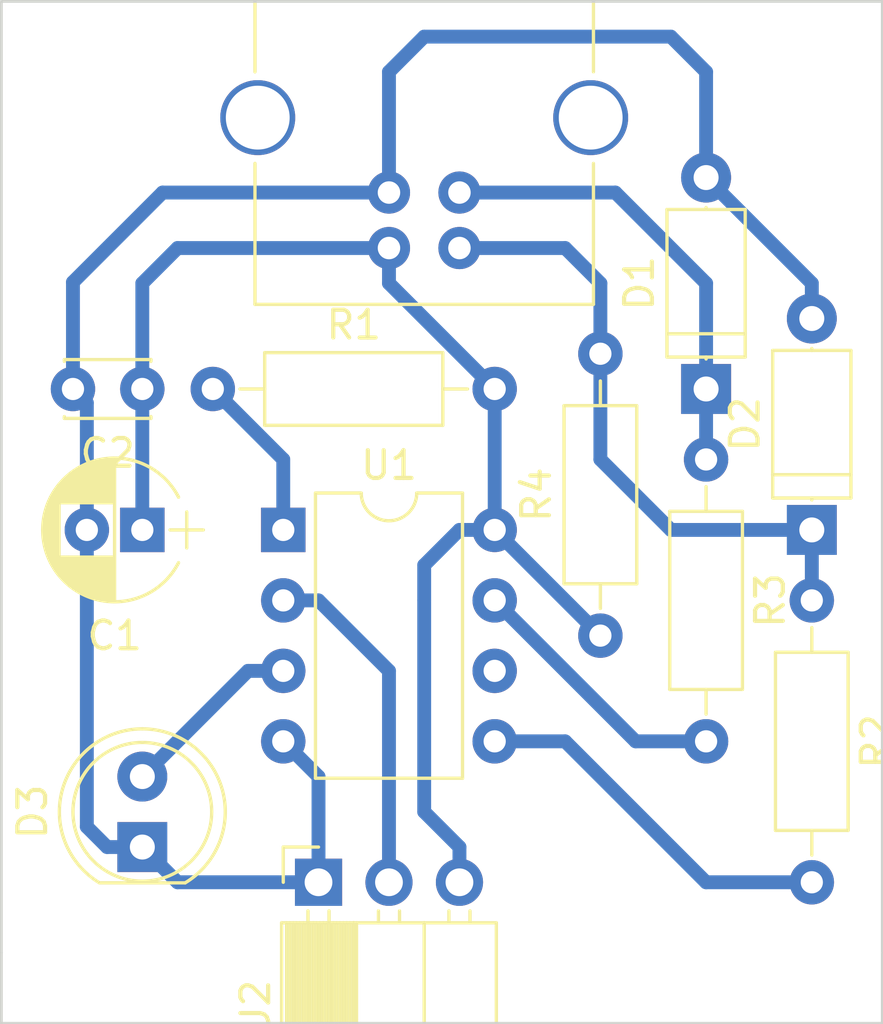
<source format=kicad_pcb>
(kicad_pcb (version 4) (host pcbnew 4.0.7)

  (general
    (links 24)
    (no_connects 1)
    (area 17.729999 3.65 65 60.305001)
    (thickness 1.6)
    (drawings 8)
    (tracks 56)
    (zones 0)
    (modules 12)
    (nets 12)
  )

  (page A4)
  (title_block
    (title "Handbrake Hardware PCB")
    (date 2017-11-07)
    (rev 1)
    (company chrz.de)
  )

  (layers
    (0 F.Cu signal hide)
    (31 B.Cu signal)
    (32 B.Adhes user hide)
    (33 F.Adhes user hide)
    (34 B.Paste user hide)
    (35 F.Paste user hide)
    (36 B.SilkS user hide)
    (37 F.SilkS user hide)
    (38 B.Mask user hide)
    (39 F.Mask user hide)
    (40 Dwgs.User user hide)
    (41 Cmts.User user hide)
    (42 Eco1.User user hide)
    (43 Eco2.User user hide)
    (44 Edge.Cuts user)
    (45 Margin user hide)
    (46 B.CrtYd user hide)
    (47 F.CrtYd user)
    (48 B.Fab user hide)
    (49 F.Fab user hide)
  )

  (setup
    (last_trace_width 0.5)
    (trace_clearance 0.2)
    (zone_clearance 0.508)
    (zone_45_only no)
    (trace_min 0.2)
    (segment_width 0.2)
    (edge_width 0.1)
    (via_size 0.6)
    (via_drill 0.4)
    (via_min_size 0.4)
    (via_min_drill 0.3)
    (uvia_size 0.3)
    (uvia_drill 0.1)
    (uvias_allowed no)
    (uvia_min_size 0.2)
    (uvia_min_drill 0.1)
    (pcb_text_width 0.3)
    (pcb_text_size 1.5 1.5)
    (mod_edge_width 0.15)
    (mod_text_size 1 1)
    (mod_text_width 0.15)
    (pad_size 1.5 1.5)
    (pad_drill 0.6)
    (pad_to_mask_clearance 0)
    (aux_axis_origin 0 0)
    (visible_elements FFFFFF7F)
    (pcbplotparams
      (layerselection 0x01000_80000000)
      (usegerberextensions false)
      (excludeedgelayer true)
      (linewidth 0.100000)
      (plotframeref false)
      (viasonmask false)
      (mode 1)
      (useauxorigin false)
      (hpglpennumber 1)
      (hpglpenspeed 20)
      (hpglpendiameter 15)
      (hpglpenoverlay 2)
      (psnegative false)
      (psa4output false)
      (plotreference true)
      (plotvalue true)
      (plotinvisibletext false)
      (padsonsilk false)
      (subtractmaskfromsilk false)
      (outputformat 4)
      (mirror true)
      (drillshape 0)
      (scaleselection 1)
      (outputdirectory ../))
  )

  (net 0 "")
  (net 1 "Net-(C1-Pad1)")
  (net 2 "Net-(C1-Pad2)")
  (net 3 "Net-(R1-Pad1)")
  (net 4 "Net-(R2-Pad2)")
  (net 5 "Net-(J2-Pad2)")
  (net 6 "Net-(U1-Pad6)")
  (net 7 "Net-(R3-Pad2)")
  (net 8 "Net-(D1-Pad1)")
  (net 9 "Net-(D2-Pad1)")
  (net 10 "Net-(J1-Pad5)")
  (net 11 "Net-(D3-Pad2)")

  (net_class Default "Dies ist die voreingestellte Netzklasse."
    (clearance 0.2)
    (trace_width 0.5)
    (via_dia 0.6)
    (via_drill 0.4)
    (uvia_dia 0.3)
    (uvia_drill 0.1)
    (add_net "Net-(C1-Pad1)")
    (add_net "Net-(C1-Pad2)")
    (add_net "Net-(D1-Pad1)")
    (add_net "Net-(D2-Pad1)")
    (add_net "Net-(D3-Pad2)")
    (add_net "Net-(J1-Pad5)")
    (add_net "Net-(J2-Pad2)")
    (add_net "Net-(R1-Pad1)")
    (add_net "Net-(R2-Pad2)")
    (add_net "Net-(R3-Pad2)")
    (add_net "Net-(U1-Pad6)")
  )

  (module Resistors_THT:R_Axial_DIN0207_L6.3mm_D2.5mm_P10.16mm_Horizontal (layer F.Cu) (tedit 5874F706) (tstamp 5A023554)
    (at 39.37 40.64 90)
    (descr "Resistor, Axial_DIN0207 series, Axial, Horizontal, pin pitch=10.16mm, 0.25W = 1/4W, length*diameter=6.3*2.5mm^2, http://cdn-reichelt.de/documents/datenblatt/B400/1_4W%23YAG.pdf")
    (tags "Resistor Axial_DIN0207 series Axial Horizontal pin pitch 10.16mm 0.25W = 1/4W length 6.3mm diameter 2.5mm")
    (path /5A01D434)
    (fp_text reference R4 (at 5.08 -2.31 90) (layer F.SilkS)
      (effects (font (size 1 1) (thickness 0.15)))
    )
    (fp_text value 2.2K (at 5.08 2.31 90) (layer F.Fab)
      (effects (font (size 1 1) (thickness 0.15)))
    )
    (fp_line (start 1.93 -1.25) (end 1.93 1.25) (layer F.Fab) (width 0.1))
    (fp_line (start 1.93 1.25) (end 8.23 1.25) (layer F.Fab) (width 0.1))
    (fp_line (start 8.23 1.25) (end 8.23 -1.25) (layer F.Fab) (width 0.1))
    (fp_line (start 8.23 -1.25) (end 1.93 -1.25) (layer F.Fab) (width 0.1))
    (fp_line (start 0 0) (end 1.93 0) (layer F.Fab) (width 0.1))
    (fp_line (start 10.16 0) (end 8.23 0) (layer F.Fab) (width 0.1))
    (fp_line (start 1.87 -1.31) (end 1.87 1.31) (layer F.SilkS) (width 0.12))
    (fp_line (start 1.87 1.31) (end 8.29 1.31) (layer F.SilkS) (width 0.12))
    (fp_line (start 8.29 1.31) (end 8.29 -1.31) (layer F.SilkS) (width 0.12))
    (fp_line (start 8.29 -1.31) (end 1.87 -1.31) (layer F.SilkS) (width 0.12))
    (fp_line (start 0.98 0) (end 1.87 0) (layer F.SilkS) (width 0.12))
    (fp_line (start 9.18 0) (end 8.29 0) (layer F.SilkS) (width 0.12))
    (fp_line (start -1.05 -1.6) (end -1.05 1.6) (layer F.CrtYd) (width 0.05))
    (fp_line (start -1.05 1.6) (end 11.25 1.6) (layer F.CrtYd) (width 0.05))
    (fp_line (start 11.25 1.6) (end 11.25 -1.6) (layer F.CrtYd) (width 0.05))
    (fp_line (start 11.25 -1.6) (end -1.05 -1.6) (layer F.CrtYd) (width 0.05))
    (pad 1 thru_hole circle (at 0 0 90) (size 1.6 1.6) (drill 0.8) (layers *.Cu *.Mask)
      (net 1 "Net-(C1-Pad1)"))
    (pad 2 thru_hole oval (at 10.16 0 90) (size 1.6 1.6) (drill 0.8) (layers *.Cu *.Mask)
      (net 9 "Net-(D2-Pad1)"))
    (model ${KISYS3DMOD}/Resistors_THT.3dshapes/R_Axial_DIN0207_L6.3mm_D2.5mm_P10.16mm_Horizontal.wrl
      (at (xyz 0 0 0))
      (scale (xyz 0.393701 0.393701 0.393701))
      (rotate (xyz 0 0 0))
    )
  )

  (module Capacitors_THT:CP_Radial_D5.0mm_P2.00mm (layer F.Cu) (tedit 597BC7C2) (tstamp 5A01F133)
    (at 22.86 36.83 180)
    (descr "CP, Radial series, Radial, pin pitch=2.00mm, , diameter=5mm, Electrolytic Capacitor")
    (tags "CP Radial series Radial pin pitch 2.00mm  diameter 5mm Electrolytic Capacitor")
    (path /5A01D096)
    (fp_text reference C1 (at 1 -3.81 180) (layer F.SilkS)
      (effects (font (size 1 1) (thickness 0.15)))
    )
    (fp_text value 10u (at 1 3.81 180) (layer F.Fab)
      (effects (font (size 1 1) (thickness 0.15)))
    )
    (fp_arc (start 1 0) (end -1.30558 -1.18) (angle 125.8) (layer F.SilkS) (width 0.12))
    (fp_arc (start 1 0) (end -1.30558 1.18) (angle -125.8) (layer F.SilkS) (width 0.12))
    (fp_arc (start 1 0) (end 3.30558 -1.18) (angle 54.2) (layer F.SilkS) (width 0.12))
    (fp_circle (center 1 0) (end 3.5 0) (layer F.Fab) (width 0.1))
    (fp_line (start -2.2 0) (end -1 0) (layer F.Fab) (width 0.1))
    (fp_line (start -1.6 -0.65) (end -1.6 0.65) (layer F.Fab) (width 0.1))
    (fp_line (start 1 -2.55) (end 1 2.55) (layer F.SilkS) (width 0.12))
    (fp_line (start 1.04 -2.55) (end 1.04 -0.98) (layer F.SilkS) (width 0.12))
    (fp_line (start 1.04 0.98) (end 1.04 2.55) (layer F.SilkS) (width 0.12))
    (fp_line (start 1.08 -2.549) (end 1.08 -0.98) (layer F.SilkS) (width 0.12))
    (fp_line (start 1.08 0.98) (end 1.08 2.549) (layer F.SilkS) (width 0.12))
    (fp_line (start 1.12 -2.548) (end 1.12 -0.98) (layer F.SilkS) (width 0.12))
    (fp_line (start 1.12 0.98) (end 1.12 2.548) (layer F.SilkS) (width 0.12))
    (fp_line (start 1.16 -2.546) (end 1.16 -0.98) (layer F.SilkS) (width 0.12))
    (fp_line (start 1.16 0.98) (end 1.16 2.546) (layer F.SilkS) (width 0.12))
    (fp_line (start 1.2 -2.543) (end 1.2 -0.98) (layer F.SilkS) (width 0.12))
    (fp_line (start 1.2 0.98) (end 1.2 2.543) (layer F.SilkS) (width 0.12))
    (fp_line (start 1.24 -2.539) (end 1.24 -0.98) (layer F.SilkS) (width 0.12))
    (fp_line (start 1.24 0.98) (end 1.24 2.539) (layer F.SilkS) (width 0.12))
    (fp_line (start 1.28 -2.535) (end 1.28 -0.98) (layer F.SilkS) (width 0.12))
    (fp_line (start 1.28 0.98) (end 1.28 2.535) (layer F.SilkS) (width 0.12))
    (fp_line (start 1.32 -2.531) (end 1.32 -0.98) (layer F.SilkS) (width 0.12))
    (fp_line (start 1.32 0.98) (end 1.32 2.531) (layer F.SilkS) (width 0.12))
    (fp_line (start 1.36 -2.525) (end 1.36 -0.98) (layer F.SilkS) (width 0.12))
    (fp_line (start 1.36 0.98) (end 1.36 2.525) (layer F.SilkS) (width 0.12))
    (fp_line (start 1.4 -2.519) (end 1.4 -0.98) (layer F.SilkS) (width 0.12))
    (fp_line (start 1.4 0.98) (end 1.4 2.519) (layer F.SilkS) (width 0.12))
    (fp_line (start 1.44 -2.513) (end 1.44 -0.98) (layer F.SilkS) (width 0.12))
    (fp_line (start 1.44 0.98) (end 1.44 2.513) (layer F.SilkS) (width 0.12))
    (fp_line (start 1.48 -2.506) (end 1.48 -0.98) (layer F.SilkS) (width 0.12))
    (fp_line (start 1.48 0.98) (end 1.48 2.506) (layer F.SilkS) (width 0.12))
    (fp_line (start 1.52 -2.498) (end 1.52 -0.98) (layer F.SilkS) (width 0.12))
    (fp_line (start 1.52 0.98) (end 1.52 2.498) (layer F.SilkS) (width 0.12))
    (fp_line (start 1.56 -2.489) (end 1.56 -0.98) (layer F.SilkS) (width 0.12))
    (fp_line (start 1.56 0.98) (end 1.56 2.489) (layer F.SilkS) (width 0.12))
    (fp_line (start 1.6 -2.48) (end 1.6 -0.98) (layer F.SilkS) (width 0.12))
    (fp_line (start 1.6 0.98) (end 1.6 2.48) (layer F.SilkS) (width 0.12))
    (fp_line (start 1.64 -2.47) (end 1.64 -0.98) (layer F.SilkS) (width 0.12))
    (fp_line (start 1.64 0.98) (end 1.64 2.47) (layer F.SilkS) (width 0.12))
    (fp_line (start 1.68 -2.46) (end 1.68 -0.98) (layer F.SilkS) (width 0.12))
    (fp_line (start 1.68 0.98) (end 1.68 2.46) (layer F.SilkS) (width 0.12))
    (fp_line (start 1.721 -2.448) (end 1.721 -0.98) (layer F.SilkS) (width 0.12))
    (fp_line (start 1.721 0.98) (end 1.721 2.448) (layer F.SilkS) (width 0.12))
    (fp_line (start 1.761 -2.436) (end 1.761 -0.98) (layer F.SilkS) (width 0.12))
    (fp_line (start 1.761 0.98) (end 1.761 2.436) (layer F.SilkS) (width 0.12))
    (fp_line (start 1.801 -2.424) (end 1.801 -0.98) (layer F.SilkS) (width 0.12))
    (fp_line (start 1.801 0.98) (end 1.801 2.424) (layer F.SilkS) (width 0.12))
    (fp_line (start 1.841 -2.41) (end 1.841 -0.98) (layer F.SilkS) (width 0.12))
    (fp_line (start 1.841 0.98) (end 1.841 2.41) (layer F.SilkS) (width 0.12))
    (fp_line (start 1.881 -2.396) (end 1.881 -0.98) (layer F.SilkS) (width 0.12))
    (fp_line (start 1.881 0.98) (end 1.881 2.396) (layer F.SilkS) (width 0.12))
    (fp_line (start 1.921 -2.382) (end 1.921 -0.98) (layer F.SilkS) (width 0.12))
    (fp_line (start 1.921 0.98) (end 1.921 2.382) (layer F.SilkS) (width 0.12))
    (fp_line (start 1.961 -2.366) (end 1.961 -0.98) (layer F.SilkS) (width 0.12))
    (fp_line (start 1.961 0.98) (end 1.961 2.366) (layer F.SilkS) (width 0.12))
    (fp_line (start 2.001 -2.35) (end 2.001 -0.98) (layer F.SilkS) (width 0.12))
    (fp_line (start 2.001 0.98) (end 2.001 2.35) (layer F.SilkS) (width 0.12))
    (fp_line (start 2.041 -2.333) (end 2.041 -0.98) (layer F.SilkS) (width 0.12))
    (fp_line (start 2.041 0.98) (end 2.041 2.333) (layer F.SilkS) (width 0.12))
    (fp_line (start 2.081 -2.315) (end 2.081 -0.98) (layer F.SilkS) (width 0.12))
    (fp_line (start 2.081 0.98) (end 2.081 2.315) (layer F.SilkS) (width 0.12))
    (fp_line (start 2.121 -2.296) (end 2.121 -0.98) (layer F.SilkS) (width 0.12))
    (fp_line (start 2.121 0.98) (end 2.121 2.296) (layer F.SilkS) (width 0.12))
    (fp_line (start 2.161 -2.276) (end 2.161 -0.98) (layer F.SilkS) (width 0.12))
    (fp_line (start 2.161 0.98) (end 2.161 2.276) (layer F.SilkS) (width 0.12))
    (fp_line (start 2.201 -2.256) (end 2.201 -0.98) (layer F.SilkS) (width 0.12))
    (fp_line (start 2.201 0.98) (end 2.201 2.256) (layer F.SilkS) (width 0.12))
    (fp_line (start 2.241 -2.234) (end 2.241 -0.98) (layer F.SilkS) (width 0.12))
    (fp_line (start 2.241 0.98) (end 2.241 2.234) (layer F.SilkS) (width 0.12))
    (fp_line (start 2.281 -2.212) (end 2.281 -0.98) (layer F.SilkS) (width 0.12))
    (fp_line (start 2.281 0.98) (end 2.281 2.212) (layer F.SilkS) (width 0.12))
    (fp_line (start 2.321 -2.189) (end 2.321 -0.98) (layer F.SilkS) (width 0.12))
    (fp_line (start 2.321 0.98) (end 2.321 2.189) (layer F.SilkS) (width 0.12))
    (fp_line (start 2.361 -2.165) (end 2.361 -0.98) (layer F.SilkS) (width 0.12))
    (fp_line (start 2.361 0.98) (end 2.361 2.165) (layer F.SilkS) (width 0.12))
    (fp_line (start 2.401 -2.14) (end 2.401 -0.98) (layer F.SilkS) (width 0.12))
    (fp_line (start 2.401 0.98) (end 2.401 2.14) (layer F.SilkS) (width 0.12))
    (fp_line (start 2.441 -2.113) (end 2.441 -0.98) (layer F.SilkS) (width 0.12))
    (fp_line (start 2.441 0.98) (end 2.441 2.113) (layer F.SilkS) (width 0.12))
    (fp_line (start 2.481 -2.086) (end 2.481 -0.98) (layer F.SilkS) (width 0.12))
    (fp_line (start 2.481 0.98) (end 2.481 2.086) (layer F.SilkS) (width 0.12))
    (fp_line (start 2.521 -2.058) (end 2.521 -0.98) (layer F.SilkS) (width 0.12))
    (fp_line (start 2.521 0.98) (end 2.521 2.058) (layer F.SilkS) (width 0.12))
    (fp_line (start 2.561 -2.028) (end 2.561 -0.98) (layer F.SilkS) (width 0.12))
    (fp_line (start 2.561 0.98) (end 2.561 2.028) (layer F.SilkS) (width 0.12))
    (fp_line (start 2.601 -1.997) (end 2.601 -0.98) (layer F.SilkS) (width 0.12))
    (fp_line (start 2.601 0.98) (end 2.601 1.997) (layer F.SilkS) (width 0.12))
    (fp_line (start 2.641 -1.965) (end 2.641 -0.98) (layer F.SilkS) (width 0.12))
    (fp_line (start 2.641 0.98) (end 2.641 1.965) (layer F.SilkS) (width 0.12))
    (fp_line (start 2.681 -1.932) (end 2.681 -0.98) (layer F.SilkS) (width 0.12))
    (fp_line (start 2.681 0.98) (end 2.681 1.932) (layer F.SilkS) (width 0.12))
    (fp_line (start 2.721 -1.897) (end 2.721 -0.98) (layer F.SilkS) (width 0.12))
    (fp_line (start 2.721 0.98) (end 2.721 1.897) (layer F.SilkS) (width 0.12))
    (fp_line (start 2.761 -1.861) (end 2.761 -0.98) (layer F.SilkS) (width 0.12))
    (fp_line (start 2.761 0.98) (end 2.761 1.861) (layer F.SilkS) (width 0.12))
    (fp_line (start 2.801 -1.823) (end 2.801 -0.98) (layer F.SilkS) (width 0.12))
    (fp_line (start 2.801 0.98) (end 2.801 1.823) (layer F.SilkS) (width 0.12))
    (fp_line (start 2.841 -1.783) (end 2.841 -0.98) (layer F.SilkS) (width 0.12))
    (fp_line (start 2.841 0.98) (end 2.841 1.783) (layer F.SilkS) (width 0.12))
    (fp_line (start 2.881 -1.742) (end 2.881 -0.98) (layer F.SilkS) (width 0.12))
    (fp_line (start 2.881 0.98) (end 2.881 1.742) (layer F.SilkS) (width 0.12))
    (fp_line (start 2.921 -1.699) (end 2.921 -0.98) (layer F.SilkS) (width 0.12))
    (fp_line (start 2.921 0.98) (end 2.921 1.699) (layer F.SilkS) (width 0.12))
    (fp_line (start 2.961 -1.654) (end 2.961 -0.98) (layer F.SilkS) (width 0.12))
    (fp_line (start 2.961 0.98) (end 2.961 1.654) (layer F.SilkS) (width 0.12))
    (fp_line (start 3.001 -1.606) (end 3.001 1.606) (layer F.SilkS) (width 0.12))
    (fp_line (start 3.041 -1.556) (end 3.041 1.556) (layer F.SilkS) (width 0.12))
    (fp_line (start 3.081 -1.504) (end 3.081 1.504) (layer F.SilkS) (width 0.12))
    (fp_line (start 3.121 -1.448) (end 3.121 1.448) (layer F.SilkS) (width 0.12))
    (fp_line (start 3.161 -1.39) (end 3.161 1.39) (layer F.SilkS) (width 0.12))
    (fp_line (start 3.201 -1.327) (end 3.201 1.327) (layer F.SilkS) (width 0.12))
    (fp_line (start 3.241 -1.261) (end 3.241 1.261) (layer F.SilkS) (width 0.12))
    (fp_line (start 3.281 -1.189) (end 3.281 1.189) (layer F.SilkS) (width 0.12))
    (fp_line (start 3.321 -1.112) (end 3.321 1.112) (layer F.SilkS) (width 0.12))
    (fp_line (start 3.361 -1.028) (end 3.361 1.028) (layer F.SilkS) (width 0.12))
    (fp_line (start 3.401 -0.934) (end 3.401 0.934) (layer F.SilkS) (width 0.12))
    (fp_line (start 3.441 -0.829) (end 3.441 0.829) (layer F.SilkS) (width 0.12))
    (fp_line (start 3.481 -0.707) (end 3.481 0.707) (layer F.SilkS) (width 0.12))
    (fp_line (start 3.521 -0.559) (end 3.521 0.559) (layer F.SilkS) (width 0.12))
    (fp_line (start 3.561 -0.354) (end 3.561 0.354) (layer F.SilkS) (width 0.12))
    (fp_line (start -2.2 0) (end -1 0) (layer F.SilkS) (width 0.12))
    (fp_line (start -1.6 -0.65) (end -1.6 0.65) (layer F.SilkS) (width 0.12))
    (fp_line (start -1.85 -2.85) (end -1.85 2.85) (layer F.CrtYd) (width 0.05))
    (fp_line (start -1.85 2.85) (end 3.85 2.85) (layer F.CrtYd) (width 0.05))
    (fp_line (start 3.85 2.85) (end 3.85 -2.85) (layer F.CrtYd) (width 0.05))
    (fp_line (start 3.85 -2.85) (end -1.85 -2.85) (layer F.CrtYd) (width 0.05))
    (fp_text user %R (at 1 0 180) (layer F.Fab)
      (effects (font (size 1 1) (thickness 0.15)))
    )
    (pad 1 thru_hole rect (at 0 0 180) (size 1.6 1.6) (drill 0.8) (layers *.Cu *.Mask)
      (net 1 "Net-(C1-Pad1)"))
    (pad 2 thru_hole circle (at 2 0 180) (size 1.6 1.6) (drill 0.8) (layers *.Cu *.Mask)
      (net 2 "Net-(C1-Pad2)"))
    (model ${KISYS3DMOD}/Capacitors_THT.3dshapes/CP_Radial_D5.0mm_P2.00mm.wrl
      (at (xyz 0 0 0))
      (scale (xyz 1 1 1))
      (rotate (xyz 0 0 0))
    )
  )

  (module Housings_DIP:DIP-8_W7.62mm (layer F.Cu) (tedit 59C78D6B) (tstamp 5A01F14F)
    (at 27.94 36.83)
    (descr "8-lead though-hole mounted DIP package, row spacing 7.62 mm (300 mils)")
    (tags "THT DIP DIL PDIP 2.54mm 7.62mm 300mil")
    (path /5A01CE96)
    (fp_text reference U1 (at 3.81 -2.33) (layer F.SilkS)
      (effects (font (size 1 1) (thickness 0.15)))
    )
    (fp_text value ATTINY85-20PU (at 3.81 9.95) (layer F.Fab)
      (effects (font (size 1 1) (thickness 0.15)))
    )
    (fp_arc (start 3.81 -1.33) (end 2.81 -1.33) (angle -180) (layer F.SilkS) (width 0.12))
    (fp_line (start 1.635 -1.27) (end 6.985 -1.27) (layer F.Fab) (width 0.1))
    (fp_line (start 6.985 -1.27) (end 6.985 8.89) (layer F.Fab) (width 0.1))
    (fp_line (start 6.985 8.89) (end 0.635 8.89) (layer F.Fab) (width 0.1))
    (fp_line (start 0.635 8.89) (end 0.635 -0.27) (layer F.Fab) (width 0.1))
    (fp_line (start 0.635 -0.27) (end 1.635 -1.27) (layer F.Fab) (width 0.1))
    (fp_line (start 2.81 -1.33) (end 1.16 -1.33) (layer F.SilkS) (width 0.12))
    (fp_line (start 1.16 -1.33) (end 1.16 8.95) (layer F.SilkS) (width 0.12))
    (fp_line (start 1.16 8.95) (end 6.46 8.95) (layer F.SilkS) (width 0.12))
    (fp_line (start 6.46 8.95) (end 6.46 -1.33) (layer F.SilkS) (width 0.12))
    (fp_line (start 6.46 -1.33) (end 4.81 -1.33) (layer F.SilkS) (width 0.12))
    (fp_line (start -1.1 -1.55) (end -1.1 9.15) (layer F.CrtYd) (width 0.05))
    (fp_line (start -1.1 9.15) (end 8.7 9.15) (layer F.CrtYd) (width 0.05))
    (fp_line (start 8.7 9.15) (end 8.7 -1.55) (layer F.CrtYd) (width 0.05))
    (fp_line (start 8.7 -1.55) (end -1.1 -1.55) (layer F.CrtYd) (width 0.05))
    (fp_text user %R (at 3.81 3.81) (layer F.Fab)
      (effects (font (size 1 1) (thickness 0.15)))
    )
    (pad 1 thru_hole rect (at 0 0) (size 1.6 1.6) (drill 0.8) (layers *.Cu *.Mask)
      (net 3 "Net-(R1-Pad1)"))
    (pad 5 thru_hole oval (at 7.62 7.62) (size 1.6 1.6) (drill 0.8) (layers *.Cu *.Mask)
      (net 4 "Net-(R2-Pad2)"))
    (pad 2 thru_hole oval (at 0 2.54) (size 1.6 1.6) (drill 0.8) (layers *.Cu *.Mask)
      (net 5 "Net-(J2-Pad2)"))
    (pad 6 thru_hole oval (at 7.62 5.08) (size 1.6 1.6) (drill 0.8) (layers *.Cu *.Mask)
      (net 6 "Net-(U1-Pad6)"))
    (pad 3 thru_hole oval (at 0 5.08) (size 1.6 1.6) (drill 0.8) (layers *.Cu *.Mask)
      (net 11 "Net-(D3-Pad2)"))
    (pad 7 thru_hole oval (at 7.62 2.54) (size 1.6 1.6) (drill 0.8) (layers *.Cu *.Mask)
      (net 7 "Net-(R3-Pad2)"))
    (pad 4 thru_hole oval (at 0 7.62) (size 1.6 1.6) (drill 0.8) (layers *.Cu *.Mask)
      (net 2 "Net-(C1-Pad2)"))
    (pad 8 thru_hole oval (at 7.62 0) (size 1.6 1.6) (drill 0.8) (layers *.Cu *.Mask)
      (net 1 "Net-(C1-Pad1)"))
    (model ${KISYS3DMOD}/Housings_DIP.3dshapes/DIP-8_W7.62mm.wrl
      (at (xyz 0 0 0))
      (scale (xyz 1 1 1))
      (rotate (xyz 0 0 0))
    )
  )

  (module Capacitors_THT:C_Disc_D3.0mm_W2.0mm_P2.50mm (layer F.Cu) (tedit 597BC7C2) (tstamp 5A02351F)
    (at 22.86 31.75 180)
    (descr "C, Disc series, Radial, pin pitch=2.50mm, , diameter*width=3*2mm^2, Capacitor")
    (tags "C Disc series Radial pin pitch 2.50mm  diameter 3mm width 2mm Capacitor")
    (path /5A0237DA)
    (fp_text reference C2 (at 1.25 -2.31 180) (layer F.SilkS)
      (effects (font (size 1 1) (thickness 0.15)))
    )
    (fp_text value 0.1u (at 1.25 2.31 180) (layer F.Fab)
      (effects (font (size 1 1) (thickness 0.15)))
    )
    (fp_line (start -0.25 -1) (end -0.25 1) (layer F.Fab) (width 0.1))
    (fp_line (start -0.25 1) (end 2.75 1) (layer F.Fab) (width 0.1))
    (fp_line (start 2.75 1) (end 2.75 -1) (layer F.Fab) (width 0.1))
    (fp_line (start 2.75 -1) (end -0.25 -1) (layer F.Fab) (width 0.1))
    (fp_line (start -0.31 -1.06) (end 2.81 -1.06) (layer F.SilkS) (width 0.12))
    (fp_line (start -0.31 1.06) (end 2.81 1.06) (layer F.SilkS) (width 0.12))
    (fp_line (start -0.31 -1.06) (end -0.31 -0.996) (layer F.SilkS) (width 0.12))
    (fp_line (start -0.31 0.996) (end -0.31 1.06) (layer F.SilkS) (width 0.12))
    (fp_line (start 2.81 -1.06) (end 2.81 -0.996) (layer F.SilkS) (width 0.12))
    (fp_line (start 2.81 0.996) (end 2.81 1.06) (layer F.SilkS) (width 0.12))
    (fp_line (start -1.05 -1.35) (end -1.05 1.35) (layer F.CrtYd) (width 0.05))
    (fp_line (start -1.05 1.35) (end 3.55 1.35) (layer F.CrtYd) (width 0.05))
    (fp_line (start 3.55 1.35) (end 3.55 -1.35) (layer F.CrtYd) (width 0.05))
    (fp_line (start 3.55 -1.35) (end -1.05 -1.35) (layer F.CrtYd) (width 0.05))
    (fp_text user %R (at 1.25 0 180) (layer F.Fab)
      (effects (font (size 1 1) (thickness 0.15)))
    )
    (pad 1 thru_hole circle (at 0 0 180) (size 1.6 1.6) (drill 0.8) (layers *.Cu *.Mask)
      (net 1 "Net-(C1-Pad1)"))
    (pad 2 thru_hole circle (at 2.5 0 180) (size 1.6 1.6) (drill 0.8) (layers *.Cu *.Mask)
      (net 2 "Net-(C1-Pad2)"))
    (model ${KISYS3DMOD}/Capacitors_THT.3dshapes/C_Disc_D3.0mm_W2.0mm_P2.50mm.wrl
      (at (xyz 0 0 0))
      (scale (xyz 1 1 1))
      (rotate (xyz 0 0 0))
    )
  )

  (module Diodes_THT:D_A-405_P7.62mm_Horizontal (layer F.Cu) (tedit 5921392E) (tstamp 5A023525)
    (at 43.18 31.75 90)
    (descr "D, A-405 series, Axial, Horizontal, pin pitch=7.62mm, , length*diameter=5.2*2.7mm^2, , http://www.diodes.com/_files/packages/A-405.pdf")
    (tags "D A-405 series Axial Horizontal pin pitch 7.62mm  length 5.2mm diameter 2.7mm")
    (path /5A01D5EC)
    (fp_text reference D1 (at 3.81 -2.41 90) (layer F.SilkS)
      (effects (font (size 1 1) (thickness 0.15)))
    )
    (fp_text value 3.6 (at 3.81 2.41 90) (layer F.Fab)
      (effects (font (size 1 1) (thickness 0.15)))
    )
    (fp_text user %R (at 3.81 0 90) (layer F.Fab)
      (effects (font (size 1 1) (thickness 0.15)))
    )
    (fp_line (start 1.21 -1.35) (end 1.21 1.35) (layer F.Fab) (width 0.1))
    (fp_line (start 1.21 1.35) (end 6.41 1.35) (layer F.Fab) (width 0.1))
    (fp_line (start 6.41 1.35) (end 6.41 -1.35) (layer F.Fab) (width 0.1))
    (fp_line (start 6.41 -1.35) (end 1.21 -1.35) (layer F.Fab) (width 0.1))
    (fp_line (start 0 0) (end 1.21 0) (layer F.Fab) (width 0.1))
    (fp_line (start 7.62 0) (end 6.41 0) (layer F.Fab) (width 0.1))
    (fp_line (start 1.99 -1.35) (end 1.99 1.35) (layer F.Fab) (width 0.1))
    (fp_line (start 1.15 -1.41) (end 1.15 1.41) (layer F.SilkS) (width 0.12))
    (fp_line (start 1.15 1.41) (end 6.47 1.41) (layer F.SilkS) (width 0.12))
    (fp_line (start 6.47 1.41) (end 6.47 -1.41) (layer F.SilkS) (width 0.12))
    (fp_line (start 6.47 -1.41) (end 1.15 -1.41) (layer F.SilkS) (width 0.12))
    (fp_line (start 1.08 0) (end 1.15 0) (layer F.SilkS) (width 0.12))
    (fp_line (start 6.54 0) (end 6.47 0) (layer F.SilkS) (width 0.12))
    (fp_line (start 1.99 -1.41) (end 1.99 1.41) (layer F.SilkS) (width 0.12))
    (fp_line (start -1.15 -1.7) (end -1.15 1.7) (layer F.CrtYd) (width 0.05))
    (fp_line (start -1.15 1.7) (end 8.8 1.7) (layer F.CrtYd) (width 0.05))
    (fp_line (start 8.8 1.7) (end 8.8 -1.7) (layer F.CrtYd) (width 0.05))
    (fp_line (start 8.8 -1.7) (end -1.15 -1.7) (layer F.CrtYd) (width 0.05))
    (pad 1 thru_hole rect (at 0 0 90) (size 1.8 1.8) (drill 0.9) (layers *.Cu *.Mask)
      (net 8 "Net-(D1-Pad1)"))
    (pad 2 thru_hole oval (at 7.62 0 90) (size 1.8 1.8) (drill 0.9) (layers *.Cu *.Mask)
      (net 2 "Net-(C1-Pad2)"))
    (model ${KISYS3DMOD}/Diodes_THT.3dshapes/D_A-405_P7.62mm_Horizontal.wrl
      (at (xyz 0 0 0))
      (scale (xyz 0.393701 0.393701 0.393701))
      (rotate (xyz 0 0 0))
    )
  )

  (module Diodes_THT:D_A-405_P7.62mm_Horizontal (layer F.Cu) (tedit 5921392E) (tstamp 5A02352B)
    (at 46.99 36.83 90)
    (descr "D, A-405 series, Axial, Horizontal, pin pitch=7.62mm, , length*diameter=5.2*2.7mm^2, , http://www.diodes.com/_files/packages/A-405.pdf")
    (tags "D A-405 series Axial Horizontal pin pitch 7.62mm  length 5.2mm diameter 2.7mm")
    (path /5A01D649)
    (fp_text reference D2 (at 3.81 -2.41 90) (layer F.SilkS)
      (effects (font (size 1 1) (thickness 0.15)))
    )
    (fp_text value 3.6 (at 3.81 2.41 90) (layer F.Fab)
      (effects (font (size 1 1) (thickness 0.15)))
    )
    (fp_text user %R (at 3.81 0 90) (layer F.Fab)
      (effects (font (size 1 1) (thickness 0.15)))
    )
    (fp_line (start 1.21 -1.35) (end 1.21 1.35) (layer F.Fab) (width 0.1))
    (fp_line (start 1.21 1.35) (end 6.41 1.35) (layer F.Fab) (width 0.1))
    (fp_line (start 6.41 1.35) (end 6.41 -1.35) (layer F.Fab) (width 0.1))
    (fp_line (start 6.41 -1.35) (end 1.21 -1.35) (layer F.Fab) (width 0.1))
    (fp_line (start 0 0) (end 1.21 0) (layer F.Fab) (width 0.1))
    (fp_line (start 7.62 0) (end 6.41 0) (layer F.Fab) (width 0.1))
    (fp_line (start 1.99 -1.35) (end 1.99 1.35) (layer F.Fab) (width 0.1))
    (fp_line (start 1.15 -1.41) (end 1.15 1.41) (layer F.SilkS) (width 0.12))
    (fp_line (start 1.15 1.41) (end 6.47 1.41) (layer F.SilkS) (width 0.12))
    (fp_line (start 6.47 1.41) (end 6.47 -1.41) (layer F.SilkS) (width 0.12))
    (fp_line (start 6.47 -1.41) (end 1.15 -1.41) (layer F.SilkS) (width 0.12))
    (fp_line (start 1.08 0) (end 1.15 0) (layer F.SilkS) (width 0.12))
    (fp_line (start 6.54 0) (end 6.47 0) (layer F.SilkS) (width 0.12))
    (fp_line (start 1.99 -1.41) (end 1.99 1.41) (layer F.SilkS) (width 0.12))
    (fp_line (start -1.15 -1.7) (end -1.15 1.7) (layer F.CrtYd) (width 0.05))
    (fp_line (start -1.15 1.7) (end 8.8 1.7) (layer F.CrtYd) (width 0.05))
    (fp_line (start 8.8 1.7) (end 8.8 -1.7) (layer F.CrtYd) (width 0.05))
    (fp_line (start 8.8 -1.7) (end -1.15 -1.7) (layer F.CrtYd) (width 0.05))
    (pad 1 thru_hole rect (at 0 0 90) (size 1.8 1.8) (drill 0.9) (layers *.Cu *.Mask)
      (net 9 "Net-(D2-Pad1)"))
    (pad 2 thru_hole oval (at 7.62 0 90) (size 1.8 1.8) (drill 0.9) (layers *.Cu *.Mask)
      (net 2 "Net-(C1-Pad2)"))
    (model ${KISYS3DMOD}/Diodes_THT.3dshapes/D_A-405_P7.62mm_Horizontal.wrl
      (at (xyz 0 0 0))
      (scale (xyz 0.393701 0.393701 0.393701))
      (rotate (xyz 0 0 0))
    )
  )

  (module Connectors:USB_B (layer F.Cu) (tedit 55B36073) (tstamp 5A023535)
    (at 31.75 26.67 90)
    (descr "USB B connector")
    (tags "USB_B USB_DEV")
    (path /5A01CFC4)
    (fp_text reference J1 (at 11.05 1.27 180) (layer F.SilkS)
      (effects (font (size 1 1) (thickness 0.15)))
    )
    (fp_text value USB_B (at 4.7 1.27 180) (layer F.Fab)
      (effects (font (size 1 1) (thickness 0.15)))
    )
    (fp_line (start 15.25 8.9) (end -2.3 8.9) (layer F.CrtYd) (width 0.05))
    (fp_line (start -2.3 8.9) (end -2.3 -6.35) (layer F.CrtYd) (width 0.05))
    (fp_line (start -2.3 -6.35) (end 15.25 -6.35) (layer F.CrtYd) (width 0.05))
    (fp_line (start 15.25 -6.35) (end 15.25 8.9) (layer F.CrtYd) (width 0.05))
    (fp_line (start 6.35 7.37) (end 14.99 7.37) (layer F.SilkS) (width 0.12))
    (fp_line (start -2.03 7.37) (end 3.05 7.37) (layer F.SilkS) (width 0.12))
    (fp_line (start 6.35 -4.83) (end 14.99 -4.83) (layer F.SilkS) (width 0.12))
    (fp_line (start -2.03 -4.83) (end 3.05 -4.83) (layer F.SilkS) (width 0.12))
    (fp_line (start 14.99 -4.83) (end 14.99 7.37) (layer F.SilkS) (width 0.12))
    (fp_line (start -2.03 7.37) (end -2.03 -4.83) (layer F.SilkS) (width 0.12))
    (pad 2 thru_hole circle (at 0 2.54) (size 1.52 1.52) (drill 0.81) (layers *.Cu *.Mask)
      (net 9 "Net-(D2-Pad1)"))
    (pad 1 thru_hole circle (at 0 0) (size 1.52 1.52) (drill 0.81) (layers *.Cu *.Mask)
      (net 1 "Net-(C1-Pad1)"))
    (pad 4 thru_hole circle (at 2 0) (size 1.52 1.52) (drill 0.81) (layers *.Cu *.Mask)
      (net 2 "Net-(C1-Pad2)"))
    (pad 3 thru_hole circle (at 2 2.54) (size 1.52 1.52) (drill 0.81) (layers *.Cu *.Mask)
      (net 8 "Net-(D1-Pad1)"))
    (pad 5 thru_hole circle (at 4.7 7.27) (size 2.7 2.7) (drill 2.3) (layers *.Cu *.Mask)
      (net 10 "Net-(J1-Pad5)"))
    (pad 5 thru_hole circle (at 4.7 -4.73) (size 2.7 2.7) (drill 2.3) (layers *.Cu *.Mask)
      (net 10 "Net-(J1-Pad5)"))
    (model ${KISYS3DMOD}/Connectors.3dshapes/USB_B.wrl
      (at (xyz 0.18 -0.05 0))
      (scale (xyz 0.39 0.39 0.39))
      (rotate (xyz 0 0 -90))
    )
  )

  (module Socket_Strips:Socket_Strip_Angled_1x03_Pitch2.54mm (layer F.Cu) (tedit 58CD5446) (tstamp 5A02353C)
    (at 29.21 49.53 90)
    (descr "Through hole angled socket strip, 1x03, 2.54mm pitch, 8.51mm socket length, single row")
    (tags "Through hole angled socket strip THT 1x03 2.54mm single row")
    (path /5A01D883)
    (fp_text reference J2 (at -4.38 -2.27 90) (layer F.SilkS)
      (effects (font (size 1 1) (thickness 0.15)))
    )
    (fp_text value Sensor_Female (at -4.38 7.35 90) (layer F.Fab)
      (effects (font (size 1 1) (thickness 0.15)))
    )
    (fp_line (start -1.52 -1.27) (end -1.52 1.27) (layer F.Fab) (width 0.1))
    (fp_line (start -1.52 1.27) (end -10.03 1.27) (layer F.Fab) (width 0.1))
    (fp_line (start -10.03 1.27) (end -10.03 -1.27) (layer F.Fab) (width 0.1))
    (fp_line (start -10.03 -1.27) (end -1.52 -1.27) (layer F.Fab) (width 0.1))
    (fp_line (start 0 -0.32) (end 0 0.32) (layer F.Fab) (width 0.1))
    (fp_line (start 0 0.32) (end -1.52 0.32) (layer F.Fab) (width 0.1))
    (fp_line (start -1.52 0.32) (end -1.52 -0.32) (layer F.Fab) (width 0.1))
    (fp_line (start -1.52 -0.32) (end 0 -0.32) (layer F.Fab) (width 0.1))
    (fp_line (start -1.52 1.27) (end -1.52 3.81) (layer F.Fab) (width 0.1))
    (fp_line (start -1.52 3.81) (end -10.03 3.81) (layer F.Fab) (width 0.1))
    (fp_line (start -10.03 3.81) (end -10.03 1.27) (layer F.Fab) (width 0.1))
    (fp_line (start -10.03 1.27) (end -1.52 1.27) (layer F.Fab) (width 0.1))
    (fp_line (start 0 2.22) (end 0 2.86) (layer F.Fab) (width 0.1))
    (fp_line (start 0 2.86) (end -1.52 2.86) (layer F.Fab) (width 0.1))
    (fp_line (start -1.52 2.86) (end -1.52 2.22) (layer F.Fab) (width 0.1))
    (fp_line (start -1.52 2.22) (end 0 2.22) (layer F.Fab) (width 0.1))
    (fp_line (start -1.52 3.81) (end -1.52 6.35) (layer F.Fab) (width 0.1))
    (fp_line (start -1.52 6.35) (end -10.03 6.35) (layer F.Fab) (width 0.1))
    (fp_line (start -10.03 6.35) (end -10.03 3.81) (layer F.Fab) (width 0.1))
    (fp_line (start -10.03 3.81) (end -1.52 3.81) (layer F.Fab) (width 0.1))
    (fp_line (start 0 4.76) (end 0 5.4) (layer F.Fab) (width 0.1))
    (fp_line (start 0 5.4) (end -1.52 5.4) (layer F.Fab) (width 0.1))
    (fp_line (start -1.52 5.4) (end -1.52 4.76) (layer F.Fab) (width 0.1))
    (fp_line (start -1.52 4.76) (end 0 4.76) (layer F.Fab) (width 0.1))
    (fp_line (start -1.46 -1.33) (end -1.46 1.27) (layer F.SilkS) (width 0.12))
    (fp_line (start -1.46 1.27) (end -10.09 1.27) (layer F.SilkS) (width 0.12))
    (fp_line (start -10.09 1.27) (end -10.09 -1.33) (layer F.SilkS) (width 0.12))
    (fp_line (start -10.09 -1.33) (end -1.46 -1.33) (layer F.SilkS) (width 0.12))
    (fp_line (start -1.03 -0.38) (end -1.46 -0.38) (layer F.SilkS) (width 0.12))
    (fp_line (start -1.03 0.38) (end -1.46 0.38) (layer F.SilkS) (width 0.12))
    (fp_line (start -1.46 -1.15) (end -10.09 -1.15) (layer F.SilkS) (width 0.12))
    (fp_line (start -1.46 -1.03) (end -10.09 -1.03) (layer F.SilkS) (width 0.12))
    (fp_line (start -1.46 -0.91) (end -10.09 -0.91) (layer F.SilkS) (width 0.12))
    (fp_line (start -1.46 -0.79) (end -10.09 -0.79) (layer F.SilkS) (width 0.12))
    (fp_line (start -1.46 -0.67) (end -10.09 -0.67) (layer F.SilkS) (width 0.12))
    (fp_line (start -1.46 -0.55) (end -10.09 -0.55) (layer F.SilkS) (width 0.12))
    (fp_line (start -1.46 -0.43) (end -10.09 -0.43) (layer F.SilkS) (width 0.12))
    (fp_line (start -1.46 -0.31) (end -10.09 -0.31) (layer F.SilkS) (width 0.12))
    (fp_line (start -1.46 -0.19) (end -10.09 -0.19) (layer F.SilkS) (width 0.12))
    (fp_line (start -1.46 -0.07) (end -10.09 -0.07) (layer F.SilkS) (width 0.12))
    (fp_line (start -1.46 0.05) (end -10.09 0.05) (layer F.SilkS) (width 0.12))
    (fp_line (start -1.46 0.17) (end -10.09 0.17) (layer F.SilkS) (width 0.12))
    (fp_line (start -1.46 0.29) (end -10.09 0.29) (layer F.SilkS) (width 0.12))
    (fp_line (start -1.46 0.41) (end -10.09 0.41) (layer F.SilkS) (width 0.12))
    (fp_line (start -1.46 0.53) (end -10.09 0.53) (layer F.SilkS) (width 0.12))
    (fp_line (start -1.46 0.65) (end -10.09 0.65) (layer F.SilkS) (width 0.12))
    (fp_line (start -1.46 0.77) (end -10.09 0.77) (layer F.SilkS) (width 0.12))
    (fp_line (start -1.46 0.89) (end -10.09 0.89) (layer F.SilkS) (width 0.12))
    (fp_line (start -1.46 1.01) (end -10.09 1.01) (layer F.SilkS) (width 0.12))
    (fp_line (start -1.46 1.13) (end -10.09 1.13) (layer F.SilkS) (width 0.12))
    (fp_line (start -1.46 1.25) (end -10.09 1.25) (layer F.SilkS) (width 0.12))
    (fp_line (start -1.46 1.37) (end -10.09 1.37) (layer F.SilkS) (width 0.12))
    (fp_line (start -1.46 1.27) (end -1.46 3.81) (layer F.SilkS) (width 0.12))
    (fp_line (start -1.46 3.81) (end -10.09 3.81) (layer F.SilkS) (width 0.12))
    (fp_line (start -10.09 3.81) (end -10.09 1.27) (layer F.SilkS) (width 0.12))
    (fp_line (start -10.09 1.27) (end -1.46 1.27) (layer F.SilkS) (width 0.12))
    (fp_line (start -1.03 2.16) (end -1.46 2.16) (layer F.SilkS) (width 0.12))
    (fp_line (start -1.03 2.92) (end -1.46 2.92) (layer F.SilkS) (width 0.12))
    (fp_line (start -1.46 3.81) (end -1.46 6.41) (layer F.SilkS) (width 0.12))
    (fp_line (start -1.46 6.41) (end -10.09 6.41) (layer F.SilkS) (width 0.12))
    (fp_line (start -10.09 6.41) (end -10.09 3.81) (layer F.SilkS) (width 0.12))
    (fp_line (start -10.09 3.81) (end -1.46 3.81) (layer F.SilkS) (width 0.12))
    (fp_line (start -1.03 4.7) (end -1.46 4.7) (layer F.SilkS) (width 0.12))
    (fp_line (start -1.03 5.46) (end -1.46 5.46) (layer F.SilkS) (width 0.12))
    (fp_line (start 0 -1.27) (end 1.27 -1.27) (layer F.SilkS) (width 0.12))
    (fp_line (start 1.27 -1.27) (end 1.27 0) (layer F.SilkS) (width 0.12))
    (fp_line (start 1.8 -1.8) (end 1.8 6.85) (layer F.CrtYd) (width 0.05))
    (fp_line (start 1.8 6.85) (end -10.55 6.85) (layer F.CrtYd) (width 0.05))
    (fp_line (start -10.55 6.85) (end -10.55 -1.8) (layer F.CrtYd) (width 0.05))
    (fp_line (start -10.55 -1.8) (end 1.8 -1.8) (layer F.CrtYd) (width 0.05))
    (fp_text user %R (at -4.38 -2.27 90) (layer F.Fab)
      (effects (font (size 1 1) (thickness 0.15)))
    )
    (pad 1 thru_hole rect (at 0 0 90) (size 1.7 1.7) (drill 1) (layers *.Cu *.Mask)
      (net 2 "Net-(C1-Pad2)"))
    (pad 2 thru_hole oval (at 0 2.54 90) (size 1.7 1.7) (drill 1) (layers *.Cu *.Mask)
      (net 5 "Net-(J2-Pad2)"))
    (pad 3 thru_hole oval (at 0 5.08 90) (size 1.7 1.7) (drill 1) (layers *.Cu *.Mask)
      (net 1 "Net-(C1-Pad1)"))
    (model ${KISYS3DMOD}/Socket_Strips.3dshapes/Socket_Strip_Angled_1x03_Pitch2.54mm.wrl
      (at (xyz 0 -0.1 0))
      (scale (xyz 1 1 1))
      (rotate (xyz 0 0 270))
    )
  )

  (module Resistors_THT:R_Axial_DIN0207_L6.3mm_D2.5mm_P10.16mm_Horizontal (layer F.Cu) (tedit 5874F706) (tstamp 5A023542)
    (at 25.4 31.75)
    (descr "Resistor, Axial_DIN0207 series, Axial, Horizontal, pin pitch=10.16mm, 0.25W = 1/4W, length*diameter=6.3*2.5mm^2, http://cdn-reichelt.de/documents/datenblatt/B400/1_4W%23YAG.pdf")
    (tags "Resistor Axial_DIN0207 series Axial Horizontal pin pitch 10.16mm 0.25W = 1/4W length 6.3mm diameter 2.5mm")
    (path /5A01D28B)
    (fp_text reference R1 (at 5.08 -2.31) (layer F.SilkS)
      (effects (font (size 1 1) (thickness 0.15)))
    )
    (fp_text value 4.7K (at 5.08 2.31) (layer F.Fab)
      (effects (font (size 1 1) (thickness 0.15)))
    )
    (fp_line (start 1.93 -1.25) (end 1.93 1.25) (layer F.Fab) (width 0.1))
    (fp_line (start 1.93 1.25) (end 8.23 1.25) (layer F.Fab) (width 0.1))
    (fp_line (start 8.23 1.25) (end 8.23 -1.25) (layer F.Fab) (width 0.1))
    (fp_line (start 8.23 -1.25) (end 1.93 -1.25) (layer F.Fab) (width 0.1))
    (fp_line (start 0 0) (end 1.93 0) (layer F.Fab) (width 0.1))
    (fp_line (start 10.16 0) (end 8.23 0) (layer F.Fab) (width 0.1))
    (fp_line (start 1.87 -1.31) (end 1.87 1.31) (layer F.SilkS) (width 0.12))
    (fp_line (start 1.87 1.31) (end 8.29 1.31) (layer F.SilkS) (width 0.12))
    (fp_line (start 8.29 1.31) (end 8.29 -1.31) (layer F.SilkS) (width 0.12))
    (fp_line (start 8.29 -1.31) (end 1.87 -1.31) (layer F.SilkS) (width 0.12))
    (fp_line (start 0.98 0) (end 1.87 0) (layer F.SilkS) (width 0.12))
    (fp_line (start 9.18 0) (end 8.29 0) (layer F.SilkS) (width 0.12))
    (fp_line (start -1.05 -1.6) (end -1.05 1.6) (layer F.CrtYd) (width 0.05))
    (fp_line (start -1.05 1.6) (end 11.25 1.6) (layer F.CrtYd) (width 0.05))
    (fp_line (start 11.25 1.6) (end 11.25 -1.6) (layer F.CrtYd) (width 0.05))
    (fp_line (start 11.25 -1.6) (end -1.05 -1.6) (layer F.CrtYd) (width 0.05))
    (pad 1 thru_hole circle (at 0 0) (size 1.6 1.6) (drill 0.8) (layers *.Cu *.Mask)
      (net 3 "Net-(R1-Pad1)"))
    (pad 2 thru_hole oval (at 10.16 0) (size 1.6 1.6) (drill 0.8) (layers *.Cu *.Mask)
      (net 1 "Net-(C1-Pad1)"))
    (model ${KISYS3DMOD}/Resistors_THT.3dshapes/R_Axial_DIN0207_L6.3mm_D2.5mm_P10.16mm_Horizontal.wrl
      (at (xyz 0 0 0))
      (scale (xyz 0.393701 0.393701 0.393701))
      (rotate (xyz 0 0 0))
    )
  )

  (module Resistors_THT:R_Axial_DIN0207_L6.3mm_D2.5mm_P10.16mm_Horizontal (layer F.Cu) (tedit 5874F706) (tstamp 5A023548)
    (at 46.99 39.37 270)
    (descr "Resistor, Axial_DIN0207 series, Axial, Horizontal, pin pitch=10.16mm, 0.25W = 1/4W, length*diameter=6.3*2.5mm^2, http://cdn-reichelt.de/documents/datenblatt/B400/1_4W%23YAG.pdf")
    (tags "Resistor Axial_DIN0207 series Axial Horizontal pin pitch 10.16mm 0.25W = 1/4W length 6.3mm diameter 2.5mm")
    (path /5A01D334)
    (fp_text reference R2 (at 5.08 -2.31 270) (layer F.SilkS)
      (effects (font (size 1 1) (thickness 0.15)))
    )
    (fp_text value 68 (at 5.08 2.31 270) (layer F.Fab)
      (effects (font (size 1 1) (thickness 0.15)))
    )
    (fp_line (start 1.93 -1.25) (end 1.93 1.25) (layer F.Fab) (width 0.1))
    (fp_line (start 1.93 1.25) (end 8.23 1.25) (layer F.Fab) (width 0.1))
    (fp_line (start 8.23 1.25) (end 8.23 -1.25) (layer F.Fab) (width 0.1))
    (fp_line (start 8.23 -1.25) (end 1.93 -1.25) (layer F.Fab) (width 0.1))
    (fp_line (start 0 0) (end 1.93 0) (layer F.Fab) (width 0.1))
    (fp_line (start 10.16 0) (end 8.23 0) (layer F.Fab) (width 0.1))
    (fp_line (start 1.87 -1.31) (end 1.87 1.31) (layer F.SilkS) (width 0.12))
    (fp_line (start 1.87 1.31) (end 8.29 1.31) (layer F.SilkS) (width 0.12))
    (fp_line (start 8.29 1.31) (end 8.29 -1.31) (layer F.SilkS) (width 0.12))
    (fp_line (start 8.29 -1.31) (end 1.87 -1.31) (layer F.SilkS) (width 0.12))
    (fp_line (start 0.98 0) (end 1.87 0) (layer F.SilkS) (width 0.12))
    (fp_line (start 9.18 0) (end 8.29 0) (layer F.SilkS) (width 0.12))
    (fp_line (start -1.05 -1.6) (end -1.05 1.6) (layer F.CrtYd) (width 0.05))
    (fp_line (start -1.05 1.6) (end 11.25 1.6) (layer F.CrtYd) (width 0.05))
    (fp_line (start 11.25 1.6) (end 11.25 -1.6) (layer F.CrtYd) (width 0.05))
    (fp_line (start 11.25 -1.6) (end -1.05 -1.6) (layer F.CrtYd) (width 0.05))
    (pad 1 thru_hole circle (at 0 0 270) (size 1.6 1.6) (drill 0.8) (layers *.Cu *.Mask)
      (net 9 "Net-(D2-Pad1)"))
    (pad 2 thru_hole oval (at 10.16 0 270) (size 1.6 1.6) (drill 0.8) (layers *.Cu *.Mask)
      (net 4 "Net-(R2-Pad2)"))
    (model ${KISYS3DMOD}/Resistors_THT.3dshapes/R_Axial_DIN0207_L6.3mm_D2.5mm_P10.16mm_Horizontal.wrl
      (at (xyz 0 0 0))
      (scale (xyz 0.393701 0.393701 0.393701))
      (rotate (xyz 0 0 0))
    )
  )

  (module Resistors_THT:R_Axial_DIN0207_L6.3mm_D2.5mm_P10.16mm_Horizontal (layer F.Cu) (tedit 5874F706) (tstamp 5A02354E)
    (at 43.18 34.29 270)
    (descr "Resistor, Axial_DIN0207 series, Axial, Horizontal, pin pitch=10.16mm, 0.25W = 1/4W, length*diameter=6.3*2.5mm^2, http://cdn-reichelt.de/documents/datenblatt/B400/1_4W%23YAG.pdf")
    (tags "Resistor Axial_DIN0207 series Axial Horizontal pin pitch 10.16mm 0.25W = 1/4W length 6.3mm diameter 2.5mm")
    (path /5A01D3B7)
    (fp_text reference R3 (at 5.08 -2.31 270) (layer F.SilkS)
      (effects (font (size 1 1) (thickness 0.15)))
    )
    (fp_text value 68 (at 5.08 2.31 270) (layer F.Fab)
      (effects (font (size 1 1) (thickness 0.15)))
    )
    (fp_line (start 1.93 -1.25) (end 1.93 1.25) (layer F.Fab) (width 0.1))
    (fp_line (start 1.93 1.25) (end 8.23 1.25) (layer F.Fab) (width 0.1))
    (fp_line (start 8.23 1.25) (end 8.23 -1.25) (layer F.Fab) (width 0.1))
    (fp_line (start 8.23 -1.25) (end 1.93 -1.25) (layer F.Fab) (width 0.1))
    (fp_line (start 0 0) (end 1.93 0) (layer F.Fab) (width 0.1))
    (fp_line (start 10.16 0) (end 8.23 0) (layer F.Fab) (width 0.1))
    (fp_line (start 1.87 -1.31) (end 1.87 1.31) (layer F.SilkS) (width 0.12))
    (fp_line (start 1.87 1.31) (end 8.29 1.31) (layer F.SilkS) (width 0.12))
    (fp_line (start 8.29 1.31) (end 8.29 -1.31) (layer F.SilkS) (width 0.12))
    (fp_line (start 8.29 -1.31) (end 1.87 -1.31) (layer F.SilkS) (width 0.12))
    (fp_line (start 0.98 0) (end 1.87 0) (layer F.SilkS) (width 0.12))
    (fp_line (start 9.18 0) (end 8.29 0) (layer F.SilkS) (width 0.12))
    (fp_line (start -1.05 -1.6) (end -1.05 1.6) (layer F.CrtYd) (width 0.05))
    (fp_line (start -1.05 1.6) (end 11.25 1.6) (layer F.CrtYd) (width 0.05))
    (fp_line (start 11.25 1.6) (end 11.25 -1.6) (layer F.CrtYd) (width 0.05))
    (fp_line (start 11.25 -1.6) (end -1.05 -1.6) (layer F.CrtYd) (width 0.05))
    (pad 1 thru_hole circle (at 0 0 270) (size 1.6 1.6) (drill 0.8) (layers *.Cu *.Mask)
      (net 8 "Net-(D1-Pad1)"))
    (pad 2 thru_hole oval (at 10.16 0 270) (size 1.6 1.6) (drill 0.8) (layers *.Cu *.Mask)
      (net 7 "Net-(R3-Pad2)"))
    (model ${KISYS3DMOD}/Resistors_THT.3dshapes/R_Axial_DIN0207_L6.3mm_D2.5mm_P10.16mm_Horizontal.wrl
      (at (xyz 0 0 0))
      (scale (xyz 0.393701 0.393701 0.393701))
      (rotate (xyz 0 0 0))
    )
  )

  (module LEDs:LED_D5.0mm (layer F.Cu) (tedit 5995936A) (tstamp 5A0246B6)
    (at 22.86 48.26 90)
    (descr "LED, diameter 5.0mm, 2 pins, http://cdn-reichelt.de/documents/datenblatt/A500/LL-504BC2E-009.pdf")
    (tags "LED diameter 5.0mm 2 pins")
    (path /5A02482B)
    (fp_text reference D3 (at 1.27 -3.96 90) (layer F.SilkS)
      (effects (font (size 1 1) (thickness 0.15)))
    )
    (fp_text value Red (at 1.27 3.96 90) (layer F.Fab)
      (effects (font (size 1 1) (thickness 0.15)))
    )
    (fp_arc (start 1.27 0) (end -1.23 -1.469694) (angle 299.1) (layer F.Fab) (width 0.1))
    (fp_arc (start 1.27 0) (end -1.29 -1.54483) (angle 148.9) (layer F.SilkS) (width 0.12))
    (fp_arc (start 1.27 0) (end -1.29 1.54483) (angle -148.9) (layer F.SilkS) (width 0.12))
    (fp_circle (center 1.27 0) (end 3.77 0) (layer F.Fab) (width 0.1))
    (fp_circle (center 1.27 0) (end 3.77 0) (layer F.SilkS) (width 0.12))
    (fp_line (start -1.23 -1.469694) (end -1.23 1.469694) (layer F.Fab) (width 0.1))
    (fp_line (start -1.29 -1.545) (end -1.29 1.545) (layer F.SilkS) (width 0.12))
    (fp_line (start -1.95 -3.25) (end -1.95 3.25) (layer F.CrtYd) (width 0.05))
    (fp_line (start -1.95 3.25) (end 4.5 3.25) (layer F.CrtYd) (width 0.05))
    (fp_line (start 4.5 3.25) (end 4.5 -3.25) (layer F.CrtYd) (width 0.05))
    (fp_line (start 4.5 -3.25) (end -1.95 -3.25) (layer F.CrtYd) (width 0.05))
    (fp_text user %R (at 1.25 0 90) (layer F.Fab)
      (effects (font (size 0.8 0.8) (thickness 0.2)))
    )
    (pad 1 thru_hole rect (at 0 0 90) (size 1.8 1.8) (drill 0.9) (layers *.Cu *.Mask)
      (net 2 "Net-(C1-Pad2)"))
    (pad 2 thru_hole circle (at 2.54 0 90) (size 1.8 1.8) (drill 0.9) (layers *.Cu *.Mask)
      (net 11 "Net-(D3-Pad2)"))
    (model ${KISYS3DMOD}/LEDs.3dshapes/LED_D5.0mm.wrl
      (at (xyz 0 0 0))
      (scale (xyz 0.393701 0.393701 0.393701))
      (rotate (xyz 0 0 0))
    )
  )

  (dimension 31.75 (width 0.3) (layer Dwgs.User)
    (gr_text "31,750 mm" (at 33.655 5) (layer Dwgs.User)
      (effects (font (size 1.5 1.5) (thickness 0.3)))
    )
    (feature1 (pts (xy 49.53 17.78) (xy 49.53 3.65)))
    (feature2 (pts (xy 17.78 17.78) (xy 17.78 3.65)))
    (crossbar (pts (xy 17.78 6.35) (xy 49.53 6.35)))
    (arrow1a (pts (xy 49.53 6.35) (xy 48.403496 6.936421)))
    (arrow1b (pts (xy 49.53 6.35) (xy 48.403496 5.763579)))
    (arrow2a (pts (xy 17.78 6.35) (xy 18.906504 6.936421)))
    (arrow2b (pts (xy 17.78 6.35) (xy 18.906504 5.763579)))
  )
  (dimension 36.83 (width 0.3) (layer Dwgs.User)
    (gr_text "36,830 mm" (at 58.5 36.195 90) (layer Dwgs.User)
      (effects (font (size 1.5 1.5) (thickness 0.3)))
    )
    (feature1 (pts (xy 49.53 17.78) (xy 59.85 17.78)))
    (feature2 (pts (xy 49.53 54.61) (xy 59.85 54.61)))
    (crossbar (pts (xy 57.15 54.61) (xy 57.15 17.78)))
    (arrow1a (pts (xy 57.15 17.78) (xy 57.736421 18.906504)))
    (arrow1b (pts (xy 57.15 17.78) (xy 56.563579 18.906504)))
    (arrow2a (pts (xy 57.15 54.61) (xy 57.736421 53.483496)))
    (arrow2b (pts (xy 57.15 54.61) (xy 56.563579 53.483496)))
  )
  (gr_line (start 17.78 54.61) (end 17.78 52.07) (angle 90) (layer Edge.Cuts) (width 0.1))
  (gr_line (start 49.53 54.61) (end 17.78 54.61) (angle 90) (layer Edge.Cuts) (width 0.1))
  (gr_line (start 49.53 52.07) (end 49.53 54.61) (angle 90) (layer Edge.Cuts) (width 0.1))
  (gr_line (start 17.78 52.07) (end 17.78 17.78) (angle 90) (layer Edge.Cuts) (width 0.1))
  (gr_line (start 49.53 17.78) (end 49.53 52.07) (angle 90) (layer Edge.Cuts) (width 0.1))
  (gr_line (start 17.78 17.78) (end 49.53 17.78) (angle 90) (layer Edge.Cuts) (width 0.1))

  (segment (start 34.29 49.53) (end 34.29 48.26) (width 0.5) (layer B.Cu) (net 1))
  (segment (start 34.29 36.83) (end 35.56 36.83) (width 0.5) (layer B.Cu) (net 1) (tstamp 5A02419B))
  (segment (start 33.02 38.1) (end 34.29 36.83) (width 0.5) (layer B.Cu) (net 1) (tstamp 5A024197))
  (segment (start 33.02 39.37) (end 33.02 38.1) (width 0.5) (layer B.Cu) (net 1) (tstamp 5A024195))
  (segment (start 33.02 46.99) (end 33.02 39.37) (width 0.5) (layer B.Cu) (net 1) (tstamp 5A024193))
  (segment (start 34.29 48.26) (end 33.02 46.99) (width 0.5) (layer B.Cu) (net 1) (tstamp 5A02418F))
  (segment (start 35.56 31.75) (end 35.56 36.83) (width 0.5) (layer B.Cu) (net 1))
  (segment (start 39.37 40.64) (end 35.56 36.83) (width 0.5) (layer B.Cu) (net 1))
  (segment (start 31.75 26.67) (end 31.75 27.94) (width 0.5) (layer B.Cu) (net 1))
  (segment (start 31.75 27.94) (end 35.56 31.75) (width 0.5) (layer B.Cu) (net 1) (tstamp 5A024058))
  (segment (start 22.86 31.75) (end 22.86 27.94) (width 0.5) (layer B.Cu) (net 1))
  (segment (start 22.86 27.94) (end 24.13 26.67) (width 0.5) (layer B.Cu) (net 1) (tstamp 5A024052))
  (segment (start 24.13 26.67) (end 31.75 26.67) (width 0.5) (layer B.Cu) (net 1) (tstamp 5A024054))
  (segment (start 22.86 36.83) (end 22.86 31.75) (width 0.5) (layer B.Cu) (net 1))
  (segment (start 22.86 48.26) (end 21.59 48.26) (width 0.5) (layer B.Cu) (net 2))
  (segment (start 21.59 48.26) (end 20.86 47.53) (width 0.5) (layer B.Cu) (net 2) (tstamp 5A024708))
  (segment (start 20.86 47.53) (end 20.86 36.83) (width 0.5) (layer B.Cu) (net 2) (tstamp 5A02470D))
  (segment (start 29.21 49.53) (end 24.13 49.53) (width 0.5) (layer B.Cu) (net 2))
  (segment (start 24.13 49.53) (end 22.86 48.26) (width 0.5) (layer B.Cu) (net 2) (tstamp 5A024704))
  (segment (start 29.21 49.53) (end 29.21 45.72) (width 0.5) (layer B.Cu) (net 2))
  (segment (start 29.21 45.72) (end 27.94 44.45) (width 0.5) (layer B.Cu) (net 2) (tstamp 5A024184))
  (segment (start 20.36 31.75) (end 20.36 27.9) (width 0.5) (layer B.Cu) (net 2))
  (segment (start 20.36 27.9) (end 23.59 24.67) (width 0.5) (layer B.Cu) (net 2) (tstamp 5A024048))
  (segment (start 23.59 24.67) (end 31.75 24.67) (width 0.5) (layer B.Cu) (net 2) (tstamp 5A02404A))
  (segment (start 20.86 36.83) (end 20.86 32.25) (width 0.5) (layer B.Cu) (net 2))
  (segment (start 20.86 32.25) (end 20.36 31.75) (width 0.5) (layer B.Cu) (net 2) (tstamp 5A023FBE))
  (segment (start 43.18 24.13) (end 43.18 20.32) (width 0.5) (layer B.Cu) (net 2))
  (segment (start 43.18 20.32) (end 41.91 19.05) (width 0.5) (layer B.Cu) (net 2) (tstamp 5A023ED5))
  (segment (start 41.91 19.05) (end 33.02 19.05) (width 0.5) (layer B.Cu) (net 2) (tstamp 5A023ED8))
  (segment (start 33.02 19.05) (end 31.75 20.32) (width 0.5) (layer B.Cu) (net 2) (tstamp 5A023EDB))
  (segment (start 31.75 20.32) (end 31.75 24.67) (width 0.5) (layer B.Cu) (net 2) (tstamp 5A023EDE))
  (segment (start 46.99 29.21) (end 46.99 27.94) (width 0.5) (layer B.Cu) (net 2))
  (segment (start 46.99 27.94) (end 43.18 24.13) (width 0.5) (layer B.Cu) (net 2) (tstamp 5A023ED1))
  (segment (start 27.94 36.83) (end 27.94 34.29) (width 0.5) (layer B.Cu) (net 3))
  (segment (start 27.94 34.29) (end 25.4 31.75) (width 0.5) (layer B.Cu) (net 3) (tstamp 5A024158))
  (segment (start 46.99 49.53) (end 43.18 49.53) (width 0.5) (layer B.Cu) (net 4))
  (segment (start 38.1 44.45) (end 35.56 44.45) (width 0.5) (layer B.Cu) (net 4) (tstamp 5A024150))
  (segment (start 43.18 49.53) (end 38.1 44.45) (width 0.5) (layer B.Cu) (net 4) (tstamp 5A02414E))
  (segment (start 31.75 49.53) (end 31.75 41.91) (width 0.5) (layer B.Cu) (net 5))
  (segment (start 29.21 39.37) (end 27.94 39.37) (width 0.5) (layer B.Cu) (net 5) (tstamp 5A02418B))
  (segment (start 31.75 41.91) (end 29.21 39.37) (width 0.5) (layer B.Cu) (net 5) (tstamp 5A024188))
  (segment (start 43.18 44.45) (end 40.64 44.45) (width 0.5) (layer B.Cu) (net 7))
  (segment (start 40.64 44.45) (end 35.56 39.37) (width 0.5) (layer B.Cu) (net 7) (tstamp 5A02414A))
  (segment (start 43.18 31.75) (end 43.18 27.94) (width 0.5) (layer B.Cu) (net 8))
  (segment (start 43.18 27.94) (end 39.91 24.67) (width 0.5) (layer B.Cu) (net 8) (tstamp 5A023EEC))
  (segment (start 39.91 24.67) (end 34.29 24.67) (width 0.5) (layer B.Cu) (net 8) (tstamp 5A023EF0))
  (segment (start 43.18 34.29) (end 43.18 31.75) (width 0.5) (layer B.Cu) (net 8))
  (segment (start 39.37 30.48) (end 39.37 27.94) (width 0.5) (layer B.Cu) (net 9))
  (segment (start 39.37 27.94) (end 38.1 26.67) (width 0.5) (layer B.Cu) (net 9) (tstamp 5A024070))
  (segment (start 38.1 26.67) (end 34.29 26.67) (width 0.5) (layer B.Cu) (net 9) (tstamp 5A024071))
  (segment (start 46.99 36.83) (end 41.91 36.83) (width 0.5) (layer B.Cu) (net 9))
  (segment (start 41.91 36.83) (end 39.37 34.29) (width 0.5) (layer B.Cu) (net 9) (tstamp 5A02406A))
  (segment (start 39.37 34.29) (end 39.37 30.48) (width 0.5) (layer B.Cu) (net 9) (tstamp 5A02406C))
  (segment (start 46.99 39.37) (end 46.99 36.83) (width 0.5) (layer B.Cu) (net 9))
  (segment (start 27.94 41.91) (end 26.67 41.91) (width 0.5) (layer B.Cu) (net 11))
  (segment (start 26.67 41.91) (end 22.86 45.72) (width 0.5) (layer B.Cu) (net 11) (tstamp 5A0246FF))

)

</source>
